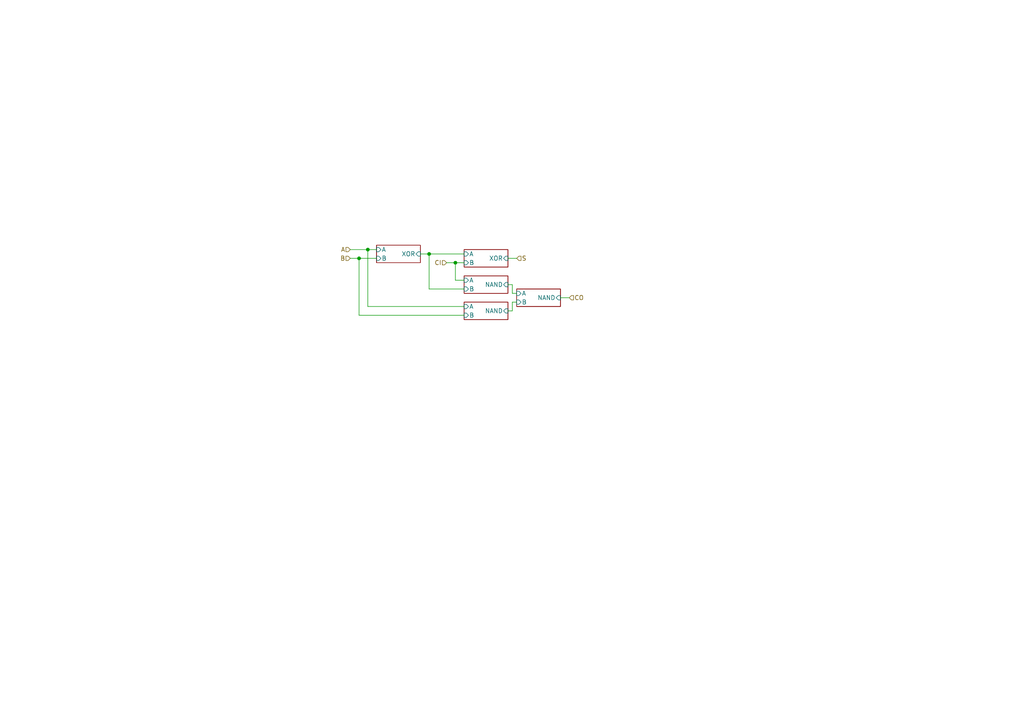
<source format=kicad_sch>
(kicad_sch
	(version 20250114)
	(generator "eeschema")
	(generator_version "9.0")
	(uuid "836caa08-1e8b-428e-9646-bbc51349a83c")
	(paper "A4")
	(lib_symbols)
	(junction
		(at 106.68 72.39)
		(diameter 0)
		(color 0 0 0 0)
		(uuid "31a1e9d7-4fd2-4459-98d2-a3e18a463261")
	)
	(junction
		(at 132.08 76.2)
		(diameter 0)
		(color 0 0 0 0)
		(uuid "64a9e77a-fe0d-48e1-952e-e7d0c10c77c3")
	)
	(junction
		(at 104.14 74.93)
		(diameter 0)
		(color 0 0 0 0)
		(uuid "a369e4b0-2a03-4a3f-975d-9e40512133e8")
	)
	(junction
		(at 124.46 73.66)
		(diameter 0)
		(color 0 0 0 0)
		(uuid "ca793eb5-7c78-4dc8-84ce-c6991f1fdc95")
	)
	(wire
		(pts
			(xy 129.54 76.2) (xy 132.08 76.2)
		)
		(stroke
			(width 0)
			(type default)
		)
		(uuid "0433c35d-60d3-4c82-a8eb-c9d27e3e601e")
	)
	(wire
		(pts
			(xy 148.59 90.17) (xy 148.59 87.63)
		)
		(stroke
			(width 0)
			(type default)
		)
		(uuid "3cdcb0c7-1ee2-44bf-a6cc-1bc72db5afc3")
	)
	(wire
		(pts
			(xy 148.59 85.09) (xy 149.86 85.09)
		)
		(stroke
			(width 0)
			(type default)
		)
		(uuid "5d5b936c-5199-4d5b-8c93-071f576592f6")
	)
	(wire
		(pts
			(xy 147.32 74.93) (xy 149.86 74.93)
		)
		(stroke
			(width 0)
			(type default)
		)
		(uuid "5f7e9d93-1c4e-4cb6-8b3d-38344beac49b")
	)
	(wire
		(pts
			(xy 104.14 74.93) (xy 109.22 74.93)
		)
		(stroke
			(width 0)
			(type default)
		)
		(uuid "67cd4ae5-020c-4103-a0ac-e76e75375606")
	)
	(wire
		(pts
			(xy 132.08 76.2) (xy 132.08 81.28)
		)
		(stroke
			(width 0)
			(type default)
		)
		(uuid "6f9a5ade-8e0e-4efa-ba24-f4f04b3dbfa4")
	)
	(wire
		(pts
			(xy 148.59 87.63) (xy 149.86 87.63)
		)
		(stroke
			(width 0)
			(type default)
		)
		(uuid "727f9048-1e4d-46d9-ac93-f15c7cb45db1")
	)
	(wire
		(pts
			(xy 124.46 83.82) (xy 124.46 73.66)
		)
		(stroke
			(width 0)
			(type default)
		)
		(uuid "73fe8d21-e4e8-4fe9-b68f-938976f477c9")
	)
	(wire
		(pts
			(xy 147.32 82.55) (xy 148.59 82.55)
		)
		(stroke
			(width 0)
			(type default)
		)
		(uuid "8df8846e-26ec-446a-af99-624cdbde28f0")
	)
	(wire
		(pts
			(xy 104.14 91.44) (xy 134.62 91.44)
		)
		(stroke
			(width 0)
			(type default)
		)
		(uuid "8f2a04cb-03a8-4aaa-bd1c-e863c8bb3193")
	)
	(wire
		(pts
			(xy 147.32 90.17) (xy 148.59 90.17)
		)
		(stroke
			(width 0)
			(type default)
		)
		(uuid "953c5bc6-ec16-46af-9bb5-a745e4007342")
	)
	(wire
		(pts
			(xy 106.68 72.39) (xy 101.6 72.39)
		)
		(stroke
			(width 0)
			(type default)
		)
		(uuid "9f318310-e8f1-4bf8-8bb5-b7a4332810f9")
	)
	(wire
		(pts
			(xy 134.62 83.82) (xy 124.46 83.82)
		)
		(stroke
			(width 0)
			(type default)
		)
		(uuid "a21cd781-cba1-4451-8673-d5496da170d4")
	)
	(wire
		(pts
			(xy 121.92 73.66) (xy 124.46 73.66)
		)
		(stroke
			(width 0)
			(type default)
		)
		(uuid "a5d4fd8d-b914-4fbd-87bf-1a57a6e33360")
	)
	(wire
		(pts
			(xy 101.6 74.93) (xy 104.14 74.93)
		)
		(stroke
			(width 0)
			(type default)
		)
		(uuid "bcb0b784-f5e7-463c-98e1-0523de13f6f2")
	)
	(wire
		(pts
			(xy 106.68 72.39) (xy 109.22 72.39)
		)
		(stroke
			(width 0)
			(type default)
		)
		(uuid "bf263ca3-ee3a-4b1b-b448-d0951a1db643")
	)
	(wire
		(pts
			(xy 148.59 82.55) (xy 148.59 85.09)
		)
		(stroke
			(width 0)
			(type default)
		)
		(uuid "c25f0e60-3af0-4d2b-813b-d49d180c6cf0")
	)
	(wire
		(pts
			(xy 106.68 88.9) (xy 106.68 72.39)
		)
		(stroke
			(width 0)
			(type default)
		)
		(uuid "c700a569-3022-46e1-9809-33b159fb5e46")
	)
	(wire
		(pts
			(xy 124.46 73.66) (xy 134.62 73.66)
		)
		(stroke
			(width 0)
			(type default)
		)
		(uuid "c91399c7-d497-4e7e-8878-b38c56c6670b")
	)
	(wire
		(pts
			(xy 132.08 81.28) (xy 134.62 81.28)
		)
		(stroke
			(width 0)
			(type default)
		)
		(uuid "cf39e7ba-f41a-4f7a-820d-46a7d0eee35e")
	)
	(wire
		(pts
			(xy 132.08 76.2) (xy 134.62 76.2)
		)
		(stroke
			(width 0)
			(type default)
		)
		(uuid "d5e548f9-3bf6-4920-8b4c-245f2fc96245")
	)
	(wire
		(pts
			(xy 165.1 86.36) (xy 162.56 86.36)
		)
		(stroke
			(width 0)
			(type default)
		)
		(uuid "f01411f8-3448-40b9-bc2b-0f9905746331")
	)
	(wire
		(pts
			(xy 104.14 74.93) (xy 104.14 91.44)
		)
		(stroke
			(width 0)
			(type default)
		)
		(uuid "f0de4a7d-2140-4012-9edd-ee0ed86266a9")
	)
	(wire
		(pts
			(xy 134.62 88.9) (xy 106.68 88.9)
		)
		(stroke
			(width 0)
			(type default)
		)
		(uuid "f2d48544-4283-4477-857c-22c8f6fa0471")
	)
	(hierarchical_label "CI"
		(shape input)
		(at 129.54 76.2 180)
		(effects
			(font
				(size 1.27 1.27)
			)
			(justify right)
		)
		(uuid "004026df-73bd-4064-8921-a92284161c80")
	)
	(hierarchical_label "A"
		(shape input)
		(at 101.6 72.39 180)
		(effects
			(font
				(size 1.27 1.27)
			)
			(justify right)
		)
		(uuid "2e2e0ca8-79c7-4544-a161-d4d92ebf0538")
	)
	(hierarchical_label "B"
		(shape input)
		(at 101.6 74.93 180)
		(effects
			(font
				(size 1.27 1.27)
			)
			(justify right)
		)
		(uuid "692e870b-7c55-4695-abeb-26765ba78073")
	)
	(hierarchical_label "S"
		(shape input)
		(at 149.86 74.93 0)
		(effects
			(font
				(size 1.27 1.27)
			)
			(justify left)
		)
		(uuid "ac4dec2b-6bc0-49ab-ba82-26ce91e702be")
	)
	(hierarchical_label "CO"
		(shape input)
		(at 165.1 86.36 0)
		(effects
			(font
				(size 1.27 1.27)
			)
			(justify left)
		)
		(uuid "c959c841-e9de-41c8-bdd1-0cf64bf51f59")
	)
	(sheet
		(at 134.62 72.39)
		(size 12.7 5.08)
		(exclude_from_sim no)
		(in_bom yes)
		(on_board yes)
		(dnp no)
		(fields_autoplaced yes)
		(stroke
			(width 0.1524)
			(type solid)
		)
		(fill
			(color 0 0 0 0.0000)
		)
		(uuid "5fb3f572-5a7e-4436-90d6-8fa233e0b2d2")
		(property "Sheetname" "gate_xor_2_2"
			(at 134.62 71.6784 0)
			(effects
				(font
					(size 1.27 1.27)
				)
				(justify left bottom)
				(hide yes)
			)
		)
		(property "Sheetfile" "gate_xor_2.kicad_sch"
			(at 134.62 78.0546 0)
			(effects
				(font
					(size 1.27 1.27)
				)
				(justify left top)
				(hide yes)
			)
		)
		(pin "B" input
			(at 134.62 76.2 180)
			(uuid "db9a8ccd-d0b1-40b6-9932-7af6a5be5d0d")
			(effects
				(font
					(size 1.27 1.27)
				)
				(justify left)
			)
		)
		(pin "A" input
			(at 134.62 73.66 180)
			(uuid "329ab372-9424-4738-ae1d-4316505ff9f3")
			(effects
				(font
					(size 1.27 1.27)
				)
				(justify left)
			)
		)
		(pin "XOR" input
			(at 147.32 74.93 0)
			(uuid "ef62be76-8816-4db3-9a7f-f8a0eecda1bc")
			(effects
				(font
					(size 1.27 1.27)
				)
				(justify right)
			)
		)
		(instances
			(project "hera"
				(path "/6868e9eb-d1d4-45cb-8fc8-14949ab4307f/0ddc7f58-f94b-4736-bddb-ac11feba981b"
					(page "64")
				)
			)
		)
	)
	(sheet
		(at 109.22 71.12)
		(size 12.7 5.08)
		(exclude_from_sim no)
		(in_bom yes)
		(on_board yes)
		(dnp no)
		(fields_autoplaced yes)
		(stroke
			(width 0.1524)
			(type solid)
		)
		(fill
			(color 0 0 0 0.0000)
		)
		(uuid "ac27b22a-8814-4b28-9668-3efadea128c0")
		(property "Sheetname" "gate_xor_2_1"
			(at 109.22 70.4084 0)
			(effects
				(font
					(size 1.27 1.27)
				)
				(justify left bottom)
				(hide yes)
			)
		)
		(property "Sheetfile" "gate_xor_2.kicad_sch"
			(at 109.22 76.7846 0)
			(effects
				(font
					(size 1.27 1.27)
				)
				(justify left top)
				(hide yes)
			)
		)
		(pin "B" input
			(at 109.22 74.93 180)
			(uuid "15fc3871-1500-4c46-b3f1-714eaa78b31a")
			(effects
				(font
					(size 1.27 1.27)
				)
				(justify left)
			)
		)
		(pin "A" input
			(at 109.22 72.39 180)
			(uuid "0a2b93ab-6e5c-4526-a2d2-0a818799d54b")
			(effects
				(font
					(size 1.27 1.27)
				)
				(justify left)
			)
		)
		(pin "XOR" input
			(at 121.92 73.66 0)
			(uuid "2e11527c-756a-426d-9ffc-28bb1d79802f")
			(effects
				(font
					(size 1.27 1.27)
				)
				(justify right)
			)
		)
		(instances
			(project "hera"
				(path "/6868e9eb-d1d4-45cb-8fc8-14949ab4307f/0ddc7f58-f94b-4736-bddb-ac11feba981b"
					(page "62")
				)
			)
		)
	)
	(sheet
		(at 134.62 80.01)
		(size 12.7 5.08)
		(exclude_from_sim no)
		(in_bom yes)
		(on_board yes)
		(dnp no)
		(fields_autoplaced yes)
		(stroke
			(width 0.1524)
			(type solid)
		)
		(fill
			(color 0 0 0 0.0000)
		)
		(uuid "aede7eca-2013-4c99-8aa4-852c7e8f3389")
		(property "Sheetname" "gate_nand_2_1"
			(at 134.62 79.2984 0)
			(effects
				(font
					(size 1.27 1.27)
				)
				(justify left bottom)
				(hide yes)
			)
		)
		(property "Sheetfile" "gate_nand_2.kicad_sch"
			(at 134.62 85.6746 0)
			(effects
				(font
					(size 1.27 1.27)
				)
				(justify left top)
				(hide yes)
			)
		)
		(pin "B" input
			(at 134.62 83.82 180)
			(uuid "9fc93bb7-6981-4a36-a7af-439c7584b690")
			(effects
				(font
					(size 1.27 1.27)
				)
				(justify left)
			)
		)
		(pin "A" input
			(at 134.62 81.28 180)
			(uuid "b8b5f48c-4dcb-4fbf-aaca-33b6c56f4190")
			(effects
				(font
					(size 1.27 1.27)
				)
				(justify left)
			)
		)
		(pin "NAND" input
			(at 147.32 82.55 0)
			(uuid "26dbbdcc-7d1d-4d27-9bb1-4e67837d2d10")
			(effects
				(font
					(size 1.27 1.27)
				)
				(justify right)
			)
		)
		(instances
			(project "hera"
				(path "/6868e9eb-d1d4-45cb-8fc8-14949ab4307f/0ddc7f58-f94b-4736-bddb-ac11feba981b"
					(page "53")
				)
			)
		)
	)
	(sheet
		(at 149.86 83.82)
		(size 12.7 5.08)
		(exclude_from_sim no)
		(in_bom yes)
		(on_board yes)
		(dnp no)
		(fields_autoplaced yes)
		(stroke
			(width 0.1524)
			(type solid)
		)
		(fill
			(color 0 0 0 0.0000)
		)
		(uuid "ee432f6b-caff-4b22-8afb-ea4ca554b041")
		(property "Sheetname" "gate_nand_2_3"
			(at 149.86 83.1084 0)
			(effects
				(font
					(size 1.27 1.27)
				)
				(justify left bottom)
				(hide yes)
			)
		)
		(property "Sheetfile" "gate_nand_2.kicad_sch"
			(at 149.86 89.4846 0)
			(effects
				(font
					(size 1.27 1.27)
				)
				(justify left top)
				(hide yes)
			)
		)
		(pin "B" input
			(at 149.86 87.63 180)
			(uuid "c93330ee-cb02-4238-8070-1c9709aeba3c")
			(effects
				(font
					(size 1.27 1.27)
				)
				(justify left)
			)
		)
		(pin "A" input
			(at 149.86 85.09 180)
			(uuid "78ffc66b-0f1c-4164-aea9-11e6096c74be")
			(effects
				(font
					(size 1.27 1.27)
				)
				(justify left)
			)
		)
		(pin "NAND" input
			(at 162.56 86.36 0)
			(uuid "7529761d-1771-4563-afc3-52b879419583")
			(effects
				(font
					(size 1.27 1.27)
				)
				(justify right)
			)
		)
		(instances
			(project "hera"
				(path "/6868e9eb-d1d4-45cb-8fc8-14949ab4307f/0ddc7f58-f94b-4736-bddb-ac11feba981b"
					(page "61")
				)
			)
		)
	)
	(sheet
		(at 134.62 87.63)
		(size 12.7 5.08)
		(exclude_from_sim no)
		(in_bom yes)
		(on_board yes)
		(dnp no)
		(fields_autoplaced yes)
		(stroke
			(width 0.1524)
			(type solid)
		)
		(fill
			(color 0 0 0 0.0000)
		)
		(uuid "ff5899d3-5556-4193-91df-de414a18b632")
		(property "Sheetname" "gate_nand_2_2"
			(at 134.62 86.9184 0)
			(effects
				(font
					(size 1.27 1.27)
				)
				(justify left bottom)
				(hide yes)
			)
		)
		(property "Sheetfile" "gate_nand_2.kicad_sch"
			(at 134.62 93.2946 0)
			(effects
				(font
					(size 1.27 1.27)
				)
				(justify left top)
				(hide yes)
			)
		)
		(pin "B" input
			(at 134.62 91.44 180)
			(uuid "ccd22dbf-6431-4ec7-b5c5-cefcb0189dd3")
			(effects
				(font
					(size 1.27 1.27)
				)
				(justify left)
			)
		)
		(pin "A" input
			(at 134.62 88.9 180)
			(uuid "6a5827e0-59c1-4932-956c-417b83f6bc9d")
			(effects
				(font
					(size 1.27 1.27)
				)
				(justify left)
			)
		)
		(pin "NAND" input
			(at 147.32 90.17 0)
			(uuid "19d3e4ac-901e-447d-8730-95f5fc0c0b09")
			(effects
				(font
					(size 1.27 1.27)
				)
				(justify right)
			)
		)
		(instances
			(project "hera"
				(path "/6868e9eb-d1d4-45cb-8fc8-14949ab4307f/0ddc7f58-f94b-4736-bddb-ac11feba981b"
					(page "54")
				)
			)
		)
	)
)

</source>
